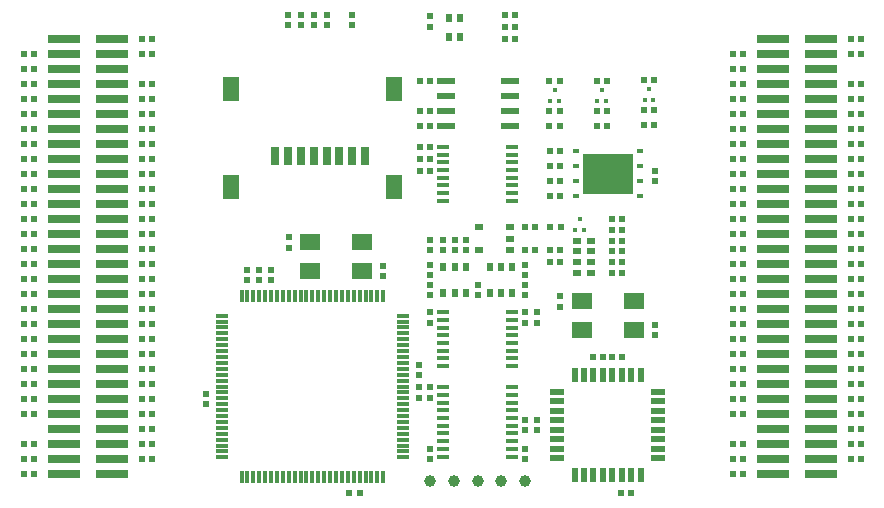
<source format=gbp>
G04*
G04 #@! TF.GenerationSoftware,Altium Limited,Altium Designer,20.0.13 (296)*
G04*
G04 Layer_Color=128*
%FSLAX25Y25*%
%MOIN*%
G70*
G01*
G75*
%ADD16R,0.03150X0.01968*%
%ADD22R,0.01850X0.02047*%
%ADD28R,0.02047X0.01850*%
%ADD35R,0.01575X0.01575*%
%ADD36R,0.01575X0.01575*%
%ADD37R,0.01968X0.03150*%
%ADD69R,0.03937X0.01772*%
%ADD70R,0.01968X0.05118*%
%ADD71R,0.05118X0.01968*%
%ADD72R,0.03937X0.01181*%
%ADD73R,0.01181X0.03937*%
%ADD74C,0.03937*%
%ADD75R,0.06102X0.02362*%
%ADD76R,0.10984X0.02913*%
%ADD77R,0.02756X0.01968*%
%ADD78R,0.16535X0.13386*%
%ADD79R,0.02362X0.01575*%
%ADD80R,0.01968X0.02362*%
%ADD81R,0.03150X0.05906*%
%ADD82R,0.05709X0.07874*%
%ADD83R,0.07087X0.05512*%
%ADD104R,0.10984X0.02914*%
D16*
X169843Y88465D02*
D03*
Y80984D02*
D03*
X180079D02*
D03*
Y84724D02*
D03*
Y88465D02*
D03*
D22*
X21378Y61240D02*
D03*
X17992D02*
D03*
X196850Y98799D02*
D03*
X193465D02*
D03*
X196850Y103799D02*
D03*
X193465D02*
D03*
X196850Y113799D02*
D03*
X193465D02*
D03*
X196850Y108799D02*
D03*
X193465D02*
D03*
X207638Y45276D02*
D03*
X211024D02*
D03*
X213937D02*
D03*
X217323D02*
D03*
X217087Y0D02*
D03*
X220472D02*
D03*
X208937Y127421D02*
D03*
X212323D02*
D03*
X208937Y137421D02*
D03*
X212323D02*
D03*
X193189Y127421D02*
D03*
X196575D02*
D03*
X193189Y137421D02*
D03*
X196575D02*
D03*
X224685Y127717D02*
D03*
X228071D02*
D03*
X224685Y137717D02*
D03*
X228071D02*
D03*
X129921Y0D02*
D03*
X126535D02*
D03*
X60748Y11240D02*
D03*
X57362D02*
D03*
X60748Y16240D02*
D03*
X57362D02*
D03*
X60748Y21240D02*
D03*
X57362D02*
D03*
X17992Y6240D02*
D03*
X21378D02*
D03*
X17992Y11240D02*
D03*
X21378D02*
D03*
X17992Y16240D02*
D03*
X21378D02*
D03*
X296969Y11240D02*
D03*
X293583D02*
D03*
X296969Y16240D02*
D03*
X293583D02*
D03*
X254213Y6240D02*
D03*
X257598D02*
D03*
X254213Y11240D02*
D03*
X257598D02*
D03*
X254213Y16240D02*
D03*
X257598D02*
D03*
X60748Y146240D02*
D03*
X57362D02*
D03*
X60748Y151240D02*
D03*
X57362D02*
D03*
X17992Y141240D02*
D03*
X21378D02*
D03*
X17992Y146240D02*
D03*
X21378D02*
D03*
X296969Y146240D02*
D03*
X293583D02*
D03*
X296969Y151240D02*
D03*
X293583D02*
D03*
X254213Y141240D02*
D03*
X257598D02*
D03*
X254213Y146240D02*
D03*
X257598D02*
D03*
X153543Y115256D02*
D03*
X150157D02*
D03*
X196850Y77047D02*
D03*
X193465D02*
D03*
X196850Y80984D02*
D03*
X193465D02*
D03*
X217323Y80512D02*
D03*
X213937D02*
D03*
X217323Y87598D02*
D03*
X213937D02*
D03*
X153543Y137421D02*
D03*
X150157D02*
D03*
X17992Y66240D02*
D03*
X21378D02*
D03*
X17992Y71240D02*
D03*
X21378D02*
D03*
X17992Y76240D02*
D03*
X21378D02*
D03*
X17992Y81240D02*
D03*
X21378D02*
D03*
X17992Y86240D02*
D03*
X21378D02*
D03*
X17992Y91240D02*
D03*
X21378D02*
D03*
X17992Y96240D02*
D03*
X21378D02*
D03*
X17992Y101240D02*
D03*
X21378D02*
D03*
X17992Y106240D02*
D03*
X21378D02*
D03*
X17992Y111240D02*
D03*
X21378D02*
D03*
X17992Y116240D02*
D03*
X21378D02*
D03*
X17992Y121240D02*
D03*
X21378D02*
D03*
X17992Y126240D02*
D03*
X21378D02*
D03*
X254213Y26240D02*
D03*
X257598D02*
D03*
X254213Y31240D02*
D03*
X257598D02*
D03*
X254213Y36240D02*
D03*
X257598D02*
D03*
X254213Y41240D02*
D03*
X257598D02*
D03*
X254213Y46240D02*
D03*
X257598D02*
D03*
X254213Y51240D02*
D03*
X257598D02*
D03*
X254213Y56240D02*
D03*
X257598D02*
D03*
X254213Y61240D02*
D03*
X257598D02*
D03*
X254213Y66240D02*
D03*
X257598D02*
D03*
X254213Y71240D02*
D03*
X257598D02*
D03*
X254213Y76240D02*
D03*
X257598D02*
D03*
X254213Y81240D02*
D03*
X257598D02*
D03*
X254213Y86240D02*
D03*
X257598D02*
D03*
X254213Y91240D02*
D03*
X257598D02*
D03*
X254213Y96240D02*
D03*
X257598D02*
D03*
X254213Y101240D02*
D03*
X257598D02*
D03*
X254213Y106240D02*
D03*
X257598D02*
D03*
X254213Y111240D02*
D03*
X257598D02*
D03*
X254213Y116240D02*
D03*
X257598D02*
D03*
X254213Y121240D02*
D03*
X257598D02*
D03*
X254213Y126240D02*
D03*
X257598D02*
D03*
X254213Y131240D02*
D03*
X257598D02*
D03*
X254213Y136240D02*
D03*
X257598D02*
D03*
X296969Y21240D02*
D03*
X293583D02*
D03*
X296969Y26240D02*
D03*
X293583D02*
D03*
X296969Y31240D02*
D03*
X293583D02*
D03*
X296969Y36240D02*
D03*
X293583D02*
D03*
X296969Y41240D02*
D03*
X293583D02*
D03*
X296969Y46240D02*
D03*
X293583D02*
D03*
X296969Y51240D02*
D03*
X293583D02*
D03*
X296969Y56240D02*
D03*
X293583D02*
D03*
X296969Y81240D02*
D03*
X293583D02*
D03*
X296969Y76240D02*
D03*
X293583D02*
D03*
X296969Y71240D02*
D03*
X293583D02*
D03*
X296969Y66240D02*
D03*
X293583D02*
D03*
X296969Y136240D02*
D03*
X293583D02*
D03*
X296969Y131240D02*
D03*
X293583D02*
D03*
X296969Y126240D02*
D03*
X293583D02*
D03*
X296969Y121240D02*
D03*
X293583D02*
D03*
X296969Y116240D02*
D03*
X293583D02*
D03*
X296969Y111240D02*
D03*
X293583D02*
D03*
X296969Y106240D02*
D03*
X293583D02*
D03*
X296969Y101240D02*
D03*
X293583D02*
D03*
X60748Y136240D02*
D03*
X57362D02*
D03*
X60748Y131240D02*
D03*
X57362D02*
D03*
X60748Y126240D02*
D03*
X57362D02*
D03*
X60748Y121240D02*
D03*
X57362D02*
D03*
X60748Y116240D02*
D03*
X57362D02*
D03*
X60748Y111240D02*
D03*
X57362D02*
D03*
X60748Y106240D02*
D03*
X57362D02*
D03*
X60748Y101240D02*
D03*
X57362D02*
D03*
X60748Y31240D02*
D03*
X57362D02*
D03*
X60748Y26240D02*
D03*
X57362D02*
D03*
X60748Y41240D02*
D03*
X57362D02*
D03*
X60748Y36240D02*
D03*
X57362D02*
D03*
X60748Y51240D02*
D03*
X57362D02*
D03*
X60748Y46240D02*
D03*
X57362D02*
D03*
X60748Y61240D02*
D03*
X57362D02*
D03*
X60748Y56240D02*
D03*
X57362D02*
D03*
X60748Y71240D02*
D03*
X57362D02*
D03*
X60748Y66240D02*
D03*
X57362D02*
D03*
X60748Y81240D02*
D03*
X57362D02*
D03*
X60748Y76240D02*
D03*
X57362D02*
D03*
X60748Y86240D02*
D03*
X57362D02*
D03*
X60748Y91240D02*
D03*
X57362D02*
D03*
X60748Y96240D02*
D03*
X57362D02*
D03*
X17992Y131240D02*
D03*
X21378D02*
D03*
X17992Y136240D02*
D03*
X21378D02*
D03*
X296969Y61240D02*
D03*
X293583D02*
D03*
X296969Y86240D02*
D03*
X293583D02*
D03*
X296969Y91240D02*
D03*
X293583D02*
D03*
X296969Y96240D02*
D03*
X293583D02*
D03*
X178268Y155207D02*
D03*
X181653D02*
D03*
X178268Y151240D02*
D03*
X181653D02*
D03*
X212323Y122421D02*
D03*
X208937D02*
D03*
X178268Y159173D02*
D03*
X181653D02*
D03*
X196575Y122421D02*
D03*
X193189D02*
D03*
X228071Y122716D02*
D03*
X224685D02*
D03*
X153543Y107382D02*
D03*
X150157D02*
D03*
X153543Y111319D02*
D03*
X150157D02*
D03*
X217323Y76968D02*
D03*
X213937D02*
D03*
X217323Y73425D02*
D03*
X213937D02*
D03*
X217323Y84055D02*
D03*
X213937D02*
D03*
X217323Y91142D02*
D03*
X213937D02*
D03*
X188425Y88465D02*
D03*
X185039D02*
D03*
X188425Y80984D02*
D03*
X185039D02*
D03*
X150157Y127421D02*
D03*
X153543D02*
D03*
X150157Y122421D02*
D03*
X153543D02*
D03*
X21378Y26240D02*
D03*
X17992D02*
D03*
X21378Y31240D02*
D03*
X17992D02*
D03*
X21378Y36240D02*
D03*
X17992D02*
D03*
X21378Y41240D02*
D03*
X17992D02*
D03*
X21378Y46240D02*
D03*
X17992D02*
D03*
X21378Y51240D02*
D03*
X17992D02*
D03*
X21378Y56240D02*
D03*
X17992D02*
D03*
D28*
X228346Y103799D02*
D03*
Y107185D02*
D03*
X169291Y69272D02*
D03*
Y65886D02*
D03*
X185039D02*
D03*
Y69272D02*
D03*
X153543Y72461D02*
D03*
Y75846D02*
D03*
X161614Y84370D02*
D03*
Y80984D02*
D03*
X153543Y155413D02*
D03*
Y158799D02*
D03*
X196850Y62087D02*
D03*
Y65472D02*
D03*
X228346Y52638D02*
D03*
Y56024D02*
D03*
X188976Y20827D02*
D03*
Y24213D02*
D03*
X114547Y159173D02*
D03*
Y155787D02*
D03*
X153543Y60138D02*
D03*
Y56752D02*
D03*
X185039D02*
D03*
Y60138D02*
D03*
Y11280D02*
D03*
Y14665D02*
D03*
X153543Y11280D02*
D03*
Y14665D02*
D03*
Y35138D02*
D03*
Y31752D02*
D03*
X100394Y74252D02*
D03*
Y70866D02*
D03*
X78740Y32913D02*
D03*
Y29528D02*
D03*
X137795Y75709D02*
D03*
Y72323D02*
D03*
X106299Y85158D02*
D03*
Y81772D02*
D03*
X149606Y39370D02*
D03*
Y42756D02*
D03*
X92520Y70866D02*
D03*
Y74252D02*
D03*
X165354Y84370D02*
D03*
Y80984D02*
D03*
X185039Y75846D02*
D03*
Y72461D02*
D03*
X153543Y69272D02*
D03*
Y65886D02*
D03*
X153543Y84370D02*
D03*
Y80984D02*
D03*
X157874Y84370D02*
D03*
Y80984D02*
D03*
X185039Y24213D02*
D03*
Y20827D02*
D03*
X110216Y155787D02*
D03*
Y159173D02*
D03*
X127539Y155787D02*
D03*
Y159173D02*
D03*
X118878Y155787D02*
D03*
Y159173D02*
D03*
X105886Y155787D02*
D03*
Y159173D02*
D03*
X188976Y56752D02*
D03*
Y60138D02*
D03*
X149606Y31752D02*
D03*
Y35138D02*
D03*
X96457Y74252D02*
D03*
Y70866D02*
D03*
D35*
X204724Y87598D02*
D03*
X201772D02*
D03*
X212106Y130650D02*
D03*
X209154D02*
D03*
X196358D02*
D03*
X193405D02*
D03*
X227854Y130945D02*
D03*
X224902D02*
D03*
D36*
X203248Y91142D02*
D03*
X210630Y134193D02*
D03*
X194882D02*
D03*
X226378Y134488D02*
D03*
D37*
X176969Y75197D02*
D03*
X180709D02*
D03*
X173228D02*
D03*
Y66535D02*
D03*
X176969D02*
D03*
X180709D02*
D03*
X163272Y151850D02*
D03*
Y158150D02*
D03*
X159728D02*
D03*
Y151850D02*
D03*
X161614Y75197D02*
D03*
X165354D02*
D03*
X157874D02*
D03*
Y66535D02*
D03*
X161614D02*
D03*
X165354D02*
D03*
D69*
X180709Y22343D02*
D03*
Y19783D02*
D03*
Y17224D02*
D03*
Y24902D02*
D03*
Y27461D02*
D03*
Y30020D02*
D03*
Y32579D02*
D03*
Y14665D02*
D03*
X157874Y22343D02*
D03*
Y19783D02*
D03*
Y17224D02*
D03*
Y24902D02*
D03*
Y27461D02*
D03*
Y30020D02*
D03*
Y32579D02*
D03*
Y14665D02*
D03*
Y12106D02*
D03*
X180709D02*
D03*
X157874Y35138D02*
D03*
X180709D02*
D03*
X157874Y107579D02*
D03*
Y110138D02*
D03*
Y112697D02*
D03*
Y105020D02*
D03*
Y102461D02*
D03*
Y99902D02*
D03*
Y97342D02*
D03*
Y115256D02*
D03*
X180709Y107579D02*
D03*
Y110138D02*
D03*
Y112697D02*
D03*
Y105020D02*
D03*
Y102461D02*
D03*
Y99902D02*
D03*
Y97342D02*
D03*
Y115256D02*
D03*
Y60138D02*
D03*
Y42224D02*
D03*
Y44783D02*
D03*
Y47343D02*
D03*
Y49902D02*
D03*
Y57579D02*
D03*
Y55020D02*
D03*
Y52461D02*
D03*
X157874Y60138D02*
D03*
Y42224D02*
D03*
Y44783D02*
D03*
Y47343D02*
D03*
Y49902D02*
D03*
Y57579D02*
D03*
Y55020D02*
D03*
Y52461D02*
D03*
D70*
X201575Y39370D02*
D03*
X204724D02*
D03*
X207874D02*
D03*
X211024D02*
D03*
X214173D02*
D03*
X217323D02*
D03*
X220472D02*
D03*
X223622D02*
D03*
Y5906D02*
D03*
X220472D02*
D03*
X217323D02*
D03*
X214173D02*
D03*
X211024D02*
D03*
X207874D02*
D03*
X204724D02*
D03*
X201575D02*
D03*
D71*
X229331Y33661D02*
D03*
Y30512D02*
D03*
Y27362D02*
D03*
Y24213D02*
D03*
Y21063D02*
D03*
Y17913D02*
D03*
Y14764D02*
D03*
Y11614D02*
D03*
X195866D02*
D03*
Y14764D02*
D03*
Y17913D02*
D03*
Y21063D02*
D03*
Y24213D02*
D03*
Y27362D02*
D03*
Y30512D02*
D03*
Y33661D02*
D03*
D72*
X84055Y11811D02*
D03*
Y13780D02*
D03*
Y15748D02*
D03*
Y17717D02*
D03*
Y19685D02*
D03*
Y21654D02*
D03*
Y23622D02*
D03*
Y25591D02*
D03*
Y27559D02*
D03*
Y29528D02*
D03*
Y31496D02*
D03*
Y33465D02*
D03*
Y35433D02*
D03*
Y37402D02*
D03*
Y39370D02*
D03*
Y41339D02*
D03*
Y43307D02*
D03*
Y45276D02*
D03*
Y47244D02*
D03*
Y49213D02*
D03*
Y51181D02*
D03*
Y53150D02*
D03*
Y55118D02*
D03*
Y57087D02*
D03*
Y59055D02*
D03*
X144291D02*
D03*
Y57087D02*
D03*
Y55118D02*
D03*
Y53150D02*
D03*
Y51181D02*
D03*
Y49213D02*
D03*
Y47244D02*
D03*
Y45276D02*
D03*
Y43307D02*
D03*
Y41339D02*
D03*
Y39370D02*
D03*
Y37402D02*
D03*
Y35433D02*
D03*
Y33465D02*
D03*
Y31496D02*
D03*
Y29528D02*
D03*
Y27559D02*
D03*
Y25591D02*
D03*
Y23622D02*
D03*
Y21654D02*
D03*
Y19685D02*
D03*
Y17717D02*
D03*
Y15748D02*
D03*
Y13780D02*
D03*
Y11811D02*
D03*
D73*
X90551Y65551D02*
D03*
X92520D02*
D03*
X94488D02*
D03*
X96457D02*
D03*
X98425D02*
D03*
X100394D02*
D03*
X102362D02*
D03*
X104331D02*
D03*
X106299D02*
D03*
X108268D02*
D03*
X110236D02*
D03*
X112205D02*
D03*
X114173D02*
D03*
X116142D02*
D03*
X118110D02*
D03*
X120079D02*
D03*
X122047D02*
D03*
X124016D02*
D03*
X125984D02*
D03*
X127953D02*
D03*
X129921D02*
D03*
X131890D02*
D03*
X133858D02*
D03*
X135827D02*
D03*
X137795D02*
D03*
Y5315D02*
D03*
X135827D02*
D03*
X133858D02*
D03*
X131890D02*
D03*
X129921D02*
D03*
X127953D02*
D03*
X125984D02*
D03*
X124016D02*
D03*
X122047D02*
D03*
X120079D02*
D03*
X118110D02*
D03*
X116142D02*
D03*
X114173D02*
D03*
X112205D02*
D03*
X110236D02*
D03*
X108268D02*
D03*
X106299D02*
D03*
X104331D02*
D03*
X102362D02*
D03*
X100394D02*
D03*
X98425D02*
D03*
X96457D02*
D03*
X94488D02*
D03*
X92520D02*
D03*
X90551D02*
D03*
D74*
X153543Y3937D02*
D03*
X177165D02*
D03*
X185039D02*
D03*
X169291D02*
D03*
X161417D02*
D03*
D75*
X179921Y137421D02*
D03*
Y132421D02*
D03*
Y127421D02*
D03*
Y122421D02*
D03*
X158661D02*
D03*
Y127421D02*
D03*
Y132421D02*
D03*
Y137421D02*
D03*
D76*
X283591Y151240D02*
D03*
X267590D02*
D03*
X283591Y146240D02*
D03*
X267590D02*
D03*
X283591Y141240D02*
D03*
X267590D02*
D03*
X283591Y136240D02*
D03*
X267590D02*
D03*
X283591Y131240D02*
D03*
X267590D02*
D03*
X283591Y126240D02*
D03*
X267590D02*
D03*
X283591Y121240D02*
D03*
X267590D02*
D03*
X283591Y116240D02*
D03*
X267590D02*
D03*
X283591Y111240D02*
D03*
X267590D02*
D03*
X283591Y106240D02*
D03*
X267590D02*
D03*
X283591Y101240D02*
D03*
X267590D02*
D03*
X283591Y96240D02*
D03*
X267590D02*
D03*
X283591Y91240D02*
D03*
X267590D02*
D03*
X283591Y86240D02*
D03*
X267590D02*
D03*
X283591Y81240D02*
D03*
X267590D02*
D03*
X283591Y76240D02*
D03*
X267590D02*
D03*
X283591Y71240D02*
D03*
X267590D02*
D03*
X283591Y66240D02*
D03*
X267590D02*
D03*
X283591Y61240D02*
D03*
X267590D02*
D03*
X283591Y56240D02*
D03*
X267590D02*
D03*
X283591Y51240D02*
D03*
X267590D02*
D03*
X283591Y46240D02*
D03*
X267590D02*
D03*
X283591Y41240D02*
D03*
X267590D02*
D03*
X283591Y36240D02*
D03*
X267590D02*
D03*
X283591Y31240D02*
D03*
X267590D02*
D03*
X283591Y26240D02*
D03*
X267590D02*
D03*
X283591Y21240D02*
D03*
X267590D02*
D03*
X283591Y16240D02*
D03*
X267590D02*
D03*
X283591Y11240D02*
D03*
X267590D02*
D03*
X283591Y6240D02*
D03*
X267590D02*
D03*
X47370Y151240D02*
D03*
X31370D02*
D03*
X47370Y146240D02*
D03*
X31370D02*
D03*
X47370Y141240D02*
D03*
X31370D02*
D03*
X47370Y136240D02*
D03*
X31370D02*
D03*
X47370Y131240D02*
D03*
X31370D02*
D03*
X47370Y126240D02*
D03*
X31370D02*
D03*
X47370Y121240D02*
D03*
X31370D02*
D03*
X47370Y116240D02*
D03*
X31370D02*
D03*
X47370Y111240D02*
D03*
X31370D02*
D03*
X47370Y106240D02*
D03*
X31370D02*
D03*
X47370Y101240D02*
D03*
X31370D02*
D03*
X47370Y96240D02*
D03*
X31370D02*
D03*
X47370Y91240D02*
D03*
X31370D02*
D03*
X47370Y86240D02*
D03*
X31370D02*
D03*
X47370Y81240D02*
D03*
X31370D02*
D03*
X47370Y76240D02*
D03*
X31370D02*
D03*
X47370Y71240D02*
D03*
X31370D02*
D03*
X47370Y66240D02*
D03*
X31370D02*
D03*
X47370Y61240D02*
D03*
X31370D02*
D03*
X47370Y56240D02*
D03*
X31370D02*
D03*
X47370Y51240D02*
D03*
X31370D02*
D03*
X47370Y46240D02*
D03*
X31370D02*
D03*
X47370Y41240D02*
D03*
X31370D02*
D03*
X47370Y36240D02*
D03*
X31370D02*
D03*
X47370Y31240D02*
D03*
X31370D02*
D03*
X47370Y26240D02*
D03*
X31370D02*
D03*
X47370Y21240D02*
D03*
X31370D02*
D03*
X47370Y16240D02*
D03*
X31370D02*
D03*
X47370Y11240D02*
D03*
X31370D02*
D03*
X47370Y6240D02*
D03*
X31370D02*
D03*
D77*
X207087Y84055D02*
D03*
Y80512D02*
D03*
Y76968D02*
D03*
Y73425D02*
D03*
X202362D02*
D03*
Y76968D02*
D03*
Y80512D02*
D03*
Y84055D02*
D03*
D78*
X212598Y106299D02*
D03*
D79*
X201969Y98799D02*
D03*
Y103799D02*
D03*
Y108799D02*
D03*
Y113799D02*
D03*
X223228D02*
D03*
Y108799D02*
D03*
Y103799D02*
D03*
Y98799D02*
D03*
D80*
X193465Y88465D02*
D03*
X197008D02*
D03*
D81*
X114547Y112205D02*
D03*
X118878D02*
D03*
X110216D02*
D03*
X105886D02*
D03*
X101555D02*
D03*
X123209D02*
D03*
X127539D02*
D03*
X131870D02*
D03*
D82*
X87106Y134646D02*
D03*
X141240D02*
D03*
Y101969D02*
D03*
X87106D02*
D03*
D83*
X113386Y74016D02*
D03*
X130709D02*
D03*
Y83465D02*
D03*
X113386D02*
D03*
X221260Y54331D02*
D03*
X203937D02*
D03*
Y63779D02*
D03*
X221260D02*
D03*
D104*
X283590Y151240D02*
D03*
X267591Y151240D02*
D03*
X283590Y146240D02*
D03*
X267591Y146240D02*
D03*
X283590Y141240D02*
D03*
X267591Y141240D02*
D03*
X283590Y136240D02*
D03*
X267591Y136240D02*
D03*
X283590Y131240D02*
D03*
X267591Y131240D02*
D03*
X283590Y126240D02*
D03*
X267591Y126240D02*
D03*
X283590Y121240D02*
D03*
X267591Y121240D02*
D03*
X283590Y116240D02*
D03*
X267591Y116240D02*
D03*
X283590Y111240D02*
D03*
X267591Y111240D02*
D03*
X283590Y106240D02*
D03*
X267591Y106240D02*
D03*
X283590Y101240D02*
D03*
X267591Y101240D02*
D03*
X283590Y96240D02*
D03*
X267591Y96240D02*
D03*
X283590Y91240D02*
D03*
X267591Y91240D02*
D03*
X283590Y86240D02*
D03*
X267591Y86240D02*
D03*
X283590Y81241D02*
D03*
X267591Y81241D02*
D03*
X283590Y76243D02*
D03*
X267591Y76242D02*
D03*
X283590Y71241D02*
D03*
X267591Y71241D02*
D03*
X283590Y66241D02*
D03*
X267591Y66241D02*
D03*
X283590Y61241D02*
D03*
X267591Y61241D02*
D03*
X283590Y56241D02*
D03*
X267591Y56241D02*
D03*
X283590Y51241D02*
D03*
X267591Y51241D02*
D03*
X283590Y46241D02*
D03*
X267591Y46241D02*
D03*
X283590Y41241D02*
D03*
X267591Y41241D02*
D03*
X283590Y36241D02*
D03*
X267591Y36241D02*
D03*
X283590Y31241D02*
D03*
X267591Y31241D02*
D03*
X283590Y26241D02*
D03*
X267591Y26241D02*
D03*
X283590Y21241D02*
D03*
X267591Y21241D02*
D03*
X283590Y16241D02*
D03*
X267591Y16241D02*
D03*
X283590Y11241D02*
D03*
X267591Y11241D02*
D03*
X283590Y6241D02*
D03*
X267591Y6241D02*
D03*
X47370Y151240D02*
D03*
X31370D02*
D03*
X47370Y146240D02*
D03*
X31370D02*
D03*
X47370Y141240D02*
D03*
X31370D02*
D03*
X47370Y136240D02*
D03*
X31370D02*
D03*
X47370Y131240D02*
D03*
X31370D02*
D03*
X47370Y126240D02*
D03*
X31370D02*
D03*
X47370Y121240D02*
D03*
X31370D02*
D03*
X47370Y116240D02*
D03*
X31370D02*
D03*
X47370Y111240D02*
D03*
X31370D02*
D03*
X47370Y106240D02*
D03*
X31370D02*
D03*
X47370Y101240D02*
D03*
X31370D02*
D03*
X47370Y96240D02*
D03*
X31370D02*
D03*
X47370Y91240D02*
D03*
X31370D02*
D03*
X47370Y86240D02*
D03*
X31370D02*
D03*
X47370Y81240D02*
D03*
X31370D02*
D03*
X47370Y76240D02*
D03*
X31370D02*
D03*
X47370Y71240D02*
D03*
X31370D02*
D03*
X47370Y66240D02*
D03*
X31370D02*
D03*
X47370Y61240D02*
D03*
X31370D02*
D03*
X47370Y56240D02*
D03*
X31370D02*
D03*
X47370Y51240D02*
D03*
X31370D02*
D03*
X47370Y46240D02*
D03*
X31370D02*
D03*
X47370Y41240D02*
D03*
X31370D02*
D03*
X47370Y36240D02*
D03*
X31370D02*
D03*
X47370Y31240D02*
D03*
X31370D02*
D03*
X47370Y26240D02*
D03*
X31370D02*
D03*
X47370Y21240D02*
D03*
X31370D02*
D03*
X47370Y16240D02*
D03*
X31370D02*
D03*
X47370Y11240D02*
D03*
X31370D02*
D03*
X47370Y6240D02*
D03*
X31370D02*
D03*
M02*

</source>
